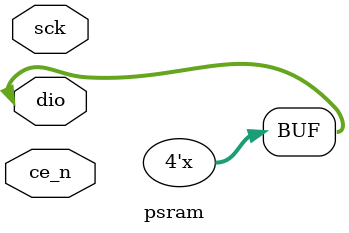
<source format=v>
module psram(
  input sck,
  input ce_n,
  inout [3:0] dio
);

  assign dio = 4'bz;

endmodule

</source>
